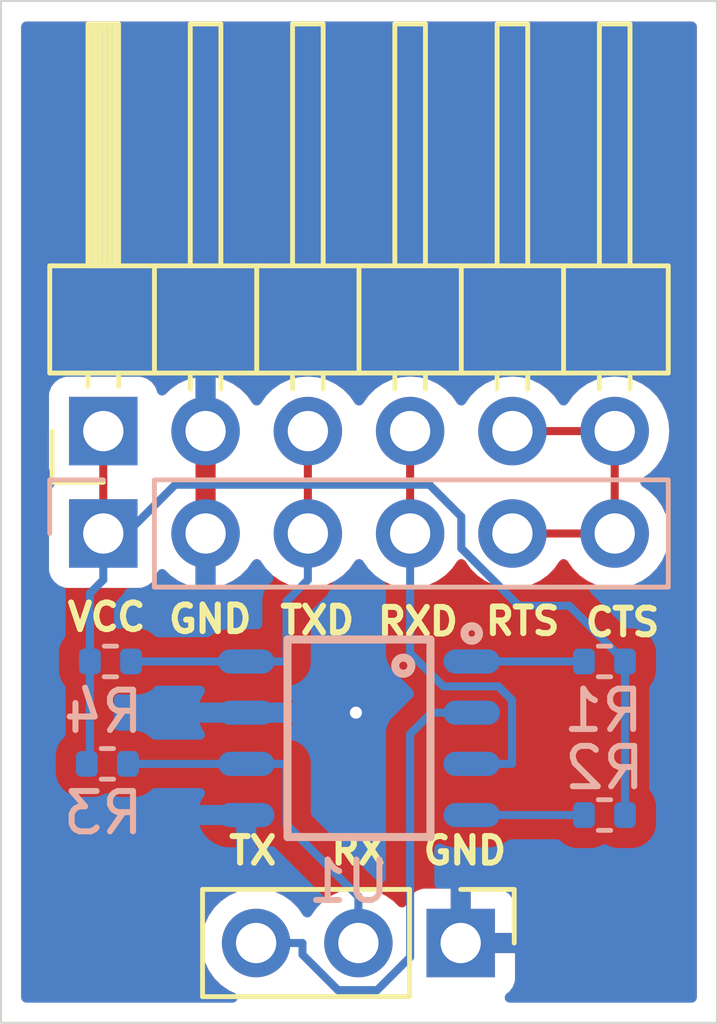
<source format=kicad_pcb>
(kicad_pcb (version 20240108) (generator "pcbnew") (generator_version "8.0")
  (layers (0 "F.Cu" signal) (31 "B.Cu" signal) (34 "B.Paste" user) (35 "F.Paste" user) (36 "B.SilkS" user "B.Silkscreen") (37 "F.SilkS" user "F.Silkscreen") (38 "B.Mask" user) (39 "F.Mask" user) (44 "Edge.Cuts" user))
  (net 0 "")
  (net 1 "GND")
  (net 2 "TXD MCU")
  (net 3 "RXD MCU")
  (net 4 "TXD")
  (net 5 "RXD")
  (net 6 "CTS")
  (net 7 "+5V")
  (net 8 "Net-(R1-Pad2)")
  (net 9 "Net-(R2-Pad2)")
  (footprint "Connector_PinHeader_2.54mm:PinHeader_1x06_P2.54mm_Horizontal" (layer "F.Cu") (at 134.62 76.2 90)
    (property "Reference" "J3" (hide yes))
    (property "Value" "Conn_01x06_Socket" (hide yes))
    (fp_line (start 4.1 -1.33) (end 1.44 -1.33) (stroke (width 0.12)) (layer "F.SilkS"))
    (fp_line (start 1.44 -1.33) (end 1.44 14.03) (stroke (width 0.12)) (layer "F.SilkS"))
    (fp_line (start -1.27 -1.27) (end 0 -1.27) (stroke (width 0.12)) (layer "F.SilkS"))
    (fp_line (start 10.1 -0.38) (end 10.1 0.38) (stroke (width 0.12)) (layer "F.SilkS"))
    (fp_line (start 4.1 -0.38) (end 10.1 -0.38) (stroke (width 0.12)) (layer "F.SilkS"))
    (fp_line (start 1.11 -0.38) (end 1.44 -0.38) (stroke (width 0.12)) (layer "F.SilkS"))
    (fp_line (start 4.1 -0.32) (end 10.1 -0.32) (stroke (width 0.12)) (layer "F.SilkS"))
    (fp_line (start 4.1 -0.2) (end 10.1 -0.2) (stroke (width 0.12)) (layer "F.SilkS"))
    (fp_line (start 4.1 -0.08) (end 10.1 -0.08) (stroke (width 0.12)) (layer "F.SilkS"))
    (fp_line (start -1.27 0) (end -1.27 -1.27) (stroke (width 0.12)) (layer "F.SilkS"))
    (fp_line (start 4.1 0.04) (end 10.1 0.04) (stroke (width 0.12)) (layer "F.SilkS"))
    (fp_line (start 4.1 0.16) (end 10.1 0.16) (stroke (width 0.12)) (layer "F.SilkS"))
    (fp_line (start 4.1 0.28) (end 10.1 0.28) (stroke (width 0.12)) (layer "F.SilkS"))
    (fp_line (start 10.1 0.38) (end 4.1 0.38) (stroke (width 0.12)) (layer "F.SilkS"))
    (fp_line (start 1.11 0.38) (end 1.44 0.38) (stroke (width 0.12)) (layer "F.SilkS"))
    (fp_line (start 1.44 1.27) (end 4.1 1.27) (stroke (width 0.12)) (layer "F.SilkS"))
    (fp_line (start 10.1 2.16) (end 10.1 2.92) (stroke (width 0.12)) (layer "F.SilkS"))
    (fp_line (start 4.1 2.16) (end 10.1 2.16) (stroke (width 0.12)) (layer "F.SilkS"))
    (fp_line (start 1.042929 2.16) (end 1.44 2.16) (stroke (width 0.12)) (layer "F.SilkS"))
    (fp_line (start 10.1 2.92) (end 4.1 2.92) (stroke (width 0.12)) (layer "F.SilkS"))
    (fp_line (start 1.042929 2.92) (end 1.44 2.92) (stroke (width 0.12)) (layer "F.SilkS"))
    (fp_line (start 1.44 3.81) (end 4.1 3.81) (stroke (width 0.12)) (layer "F.SilkS"))
    (fp_line (start 10.1 4.7) (end 10.1 5.46) (stroke (width 0.12)) (layer "F.SilkS"))
    (fp_line (start 4.1 4.7) (end 10.1 4.7) (stroke (width 0.12)) (layer "F.SilkS"))
    (fp_line (start 1.042929 4.7) (end 1.44 4.7) (stroke (width 0.12)) (layer "F.SilkS"))
    (fp_line (start 10.1 5.46) (end 4.1 5.46) (stroke (width 0.12)) (layer "F.SilkS"))
    (fp_line (start 1.042929 5.46) (end 1.44 5.46) (stroke (width 0.12)) (layer "F.SilkS"))
    (fp_line (start 1.44 6.35) (end 4.1 6.35) (stroke (width 0.12)) (layer "F.SilkS"))
    (fp_line (start 10.1 7.24) (end 10.1 8) (stroke (width 0.12)) (layer "F.SilkS"))
    (fp_line (start 4.1 7.24) (end 10.1 7.24) (stroke (width 0.12)) (layer "F.SilkS"))
    (fp_line (start 1.042929 7.24) (end 1.44 7.24) (stroke (width 0.12)) (layer "F.SilkS"))
    (fp_line (start 10.1 8) (end 4.1 8) (stroke (width 0.12)) (layer "F.SilkS"))
    (fp_line (start 1.042929 8) (end 1.44 8) (stroke (width 0.12)) (layer "F.SilkS"))
    (fp_line (start 1.44 8.89) (end 4.1 8.89) (stroke (width 0.12)) (layer "F.SilkS"))
    (fp_line (start 10.1 9.78) (end 10.1 10.54) (stroke (width 0.12)) (layer "F.SilkS"))
    (fp_line (start 4.1 9.78) (end 10.1 9.78) (stroke (width 0.12)) (layer "F.SilkS"))
    (fp_line (start 1.042929 9.78) (end 1.44 9.78) (stroke (width 0.12)) (layer "F.SilkS"))
    (fp_line (start 10.1 10.54) (end 4.1 10.54) (stroke (width 0.12)) (layer "F.SilkS"))
    (fp_line (start 1.042929 10.54) (end 1.44 10.54) (stroke (width 0.12)) (layer "F.SilkS"))
    (fp_line (start 1.44 11.43) (end 4.1 11.43) (stroke (width 0.12)) (layer "F.SilkS"))
    (fp_line (start 10.1 12.32) (end 10.1 13.08) (stroke (width 0.12)) (layer "F.SilkS"))
    (fp_line (start 4.1 12.32) (end 10.1 12.32) (stroke (width 0.12)) (layer "F.SilkS"))
    (fp_line (start 1.042929 12.32) (end 1.44 12.32) (stroke (width 0.12)) (layer "F.SilkS"))
    (fp_line (start 10.1 13.08) (end 4.1 13.08) (stroke (width 0.12)) (layer "F.SilkS"))
    (fp_line (start 1.042929 13.08) (end 1.44 13.08) (stroke (width 0.12)) (layer "F.SilkS"))
    (fp_line (start 4.1 14.03) (end 4.1 -1.33) (stroke (width 0.12)) (layer "F.SilkS"))
    (fp_line (start 1.44 14.03) (end 4.1 14.03) (stroke (width 0.12)) (layer "F.SilkS"))
    (pad "1" thru_hole rect (at 0 0 90) (size 1.7 1.7) (drill 1) (layers "*.Cu" "*.Mask") (net 7 "+5V"))
    (pad "2" thru_hole oval (at 0 2.54 90) (size 1.7 1.7) (drill 1) (layers "*.Cu" "*.Mask") (net 1 "GND"))
    (pad "3" thru_hole oval (at 0 5.08 90) (size 1.7 1.7) (drill 1) (layers "*.Cu" "*.Mask") (net 4 "TXD"))
    (pad "4" thru_hole oval (at 0 7.62 90) (size 1.7 1.7) (drill 1) (layers "*.Cu" "*.Mask") (net 5 "RXD"))
    (pad "5" thru_hole oval (at 0 10.16 90) (size 1.7 1.7) (drill 1) (layers "*.Cu" "*.Mask") (net 6 "CTS"))
    (pad "6" thru_hole oval (at 0 12.7 90) (size 1.7 1.7) (drill 1) (layers "*.Cu" "*.Mask") (net 6 "CTS"))
  )
  (footprint "Connector_PinHeader_2.54mm:PinHeader_1x03_P2.54mm_Vertical" (layer "F.Cu") (at 143.495 88.9 -90)
    (property "Reference" "J1" (hide yes))
    (property "Value" "Conn_01x03_Pin" (hide yes))
    (fp_line (start -1.33 6.41) (end 1.33 6.41) (stroke (width 0.12)) (layer "F.SilkS"))
    (fp_line (start -1.33 1.27) (end -1.33 6.41) (stroke (width 0.12)) (layer "F.SilkS"))
    (fp_line (start -1.33 1.27) (end 1.33 1.27) (stroke (width 0.12)) (layer "F.SilkS"))
    (fp_line (start 1.33 1.27) (end 1.33 6.41) (stroke (width 0.12)) (layer "F.SilkS"))
    (fp_line (start -1.33 0) (end -1.33 -1.33) (stroke (width 0.12)) (layer "F.SilkS"))
    (fp_line (start -1.33 -1.33) (end 0 -1.33) (stroke (width 0.12)) (layer "F.SilkS"))
    (pad "1" thru_hole rect (at 0 0 270) (size 1.7 1.7) (drill 1) (layers "*.Cu" "*.Mask") (net 1 "GND"))
    (pad "2" thru_hole oval (at 0 2.54 270) (size 1.7 1.7) (drill 1) (layers "*.Cu" "*.Mask") (net 3 "RXD MCU"))
    (pad "3" thru_hole oval (at 0 5.08 270) (size 1.7 1.7) (drill 1) (layers "*.Cu" "*.Mask") (net 2 "TXD MCU"))
  )
  (footprint "Resistor_SMD:R_0402_1005Metric" (layer "B.Cu") (at 147.066 81.915 180)
    (property "Reference" "R1" (at 0.0254 -1.2192 0) (layer "B.SilkS") (effects (justify mirror)))
    (property "Value" "470R")
    (fp_line (start 0.153641 0.38) (end -0.153641 0.38) (stroke (width 0.12)) (layer "B.SilkS"))
    (fp_line (start 0.153641 -0.38) (end -0.153641 -0.38) (stroke (width 0.12)) (layer "B.SilkS"))
    (pad "1" smd roundrect (at -0.51 0 180) (size 0.54 0.64) (layers "B.Cu" "B.Paste" "B.Mask") (net 7 "+5V"))
    (pad "2" smd roundrect (at 0.51 0 180) (size 0.54 0.64) (layers "B.Cu" "B.Paste" "B.Mask") (net 8 "Net-(R1-Pad2)"))
  )
  (footprint "Connector_PinHeader_2.54mm:PinHeader_1x06_P2.54mm_Vertical" (layer "B.Cu") (at 134.62 78.74 -90)
    (property "Reference" "J2" (hide yes))
    (property "Value" "Conn_01x06_Pin" (hide yes))
    (fp_line (start -1.33 1.33) (end -1.33 0) (stroke (width 0.12)) (layer "B.SilkS"))
    (fp_line (start 0 1.33) (end -1.33 1.33) (stroke (width 0.12)) (layer "B.SilkS"))
    (fp_line (start 1.33 -1.27) (end -1.33 -1.27) (stroke (width 0.12)) (layer "B.SilkS"))
    (fp_line (start -1.33 -14.03) (end -1.33 -1.27) (stroke (width 0.12)) (layer "B.SilkS"))
    (fp_line (start 1.33 -14.03) (end 1.33 -1.27) (stroke (width 0.12)) (layer "B.SilkS"))
    (fp_line (start 1.33 -14.03) (end -1.33 -14.03) (stroke (width 0.12)) (layer "B.SilkS"))
    (pad "1" thru_hole rect (at 0 0 270) (size 1.7 1.7) (drill 1) (layers "*.Cu" "*.Mask") (net 7 "+5V"))
    (pad "2" thru_hole oval (at 0 -2.54 270) (size 1.7 1.7) (drill 1) (layers "*.Cu" "*.Mask") (net 1 "GND"))
    (pad "3" thru_hole oval (at 0 -5.08 270) (size 1.7 1.7) (drill 1) (layers "*.Cu" "*.Mask") (net 4 "TXD"))
    (pad "4" thru_hole oval (at 0 -7.62 270) (size 1.7 1.7) (drill 1) (layers "*.Cu" "*.Mask") (net 5 "RXD"))
    (pad "5" thru_hole oval (at 0 -10.16 270) (size 1.7 1.7) (drill 1) (layers "*.Cu" "*.Mask") (net 6 "CTS"))
    (pad "6" thru_hole oval (at 0 -12.7 270) (size 1.7 1.7) (drill 1) (layers "*.Cu" "*.Mask") (net 6 "CTS"))
  )
  (footprint "Resistor_SMD:R_0402_1005Metric" (layer "B.Cu") (at 134.7978 81.915 180)
    (property "Reference" "R4" (at 0.1778 -1.2446 0) (layer "B.SilkS") (effects (justify mirror)))
    (property "Value" "1K8")
    (fp_line (start 0.153641 0.38) (end -0.153641 0.38) (stroke (width 0.12)) (layer "B.SilkS"))
    (fp_line (start 0.153641 -0.38) (end -0.153641 -0.38) (stroke (width 0.12)) (layer "B.SilkS"))
    (pad "1" smd roundrect (at -0.51 0 180) (size 0.54 0.64) (layers "B.Cu" "B.Paste" "B.Mask") (net 4 "TXD"))
    (pad "2" smd roundrect (at 0.51 0 180) (size 0.54 0.64) (layers "B.Cu" "B.Paste" "B.Mask") (net 7 "+5V"))
  )
  (footprint "Resistor_SMD:R_0402_1005Metric" (layer "B.Cu") (at 147.066 85.725 180)
    (property "Reference" "R2" (at 0 1.17 0) (layer "B.SilkS") (effects (justify mirror)))
    (property "Value" "470R")
    (fp_line (start 0.153641 0.38) (end -0.153641 0.38) (stroke (width 0.12)) (layer "B.SilkS"))
    (fp_line (start 0.153641 -0.38) (end -0.153641 -0.38) (stroke (width 0.12)) (layer "B.SilkS"))
    (pad "1" smd roundrect (at -0.51 0 180) (size 0.54 0.64) (layers "B.Cu" "B.Paste" "B.Mask") (net 7 "+5V"))
    (pad "2" smd roundrect (at 0.51 0 180) (size 0.54 0.64) (layers "B.Cu" "B.Paste" "B.Mask") (net 9 "Net-(R2-Pad2)"))
  )
  (footprint "Resistor_SMD:R_0402_1005Metric" (layer "B.Cu") (at 134.7216 84.455 180)
    (property "Reference" "R3" (at 0.1016 -1.2192 0) (layer "B.SilkS") (effects (justify mirror)))
    (property "Value" "1K8")
    (fp_line (start 0.153641 0.38) (end -0.153641 0.38) (stroke (width 0.12)) (layer "B.SilkS"))
    (fp_line (start 0.153641 -0.38) (end -0.153641 -0.38) (stroke (width 0.12)) (layer "B.SilkS"))
    (pad "1" smd roundrect (at -0.51 0 180) (size 0.54 0.64) (layers "B.Cu" "B.Paste" "B.Mask") (net 3 "RXD MCU"))
    (pad "2" smd roundrect (at 0.51 0 180) (size 0.54 0.64) (layers "B.Cu" "B.Paste" "B.Mask") (net 7 "+5V"))
  )
  (footprint "VOD207T:SOIC127P610X331-8N" (layer "B.Cu") (at 140.97 83.82 180)
    (property "Reference" "U1" (at 0.254 -3.556 0) (layer "B.SilkS") (effects (font (size 1.000425 1.000425)) (justify mirror)))
    (property "Value" "VOD207T" (hide yes))
    (fp_line (start 1.775 2.45) (end -1.775 2.45) (stroke (width 0.2)) (layer "B.SilkS"))
    (fp_line (start 1.775 -2.45) (end 1.775 2.45) (stroke (width 0.2)) (layer "B.SilkS"))
    (fp_line (start -1.775 2.45) (end -1.775 -2.45) (stroke (width 0.2)) (layer "B.SilkS"))
    (fp_line (start -1.775 -2.45) (end 1.775 -2.45) (stroke (width 0.2)) (layer "B.SilkS"))
    (fp_circle (center -1.1 1.8) (end -0.9 1.8) (stroke (width 0.2)) (fill none) (layer "B.SilkS"))
    (fp_circle (center -2.8 2.6) (end -2.72 2.6) (stroke (width 0.2)) (fill none) (layer "B.SilkS"))
    (pad "1" smd oval (at -2.8 1.905 180) (size 1.4 0.6) (layers "B.Cu" "B.Paste" "B.Mask") (net 8 "Net-(R1-Pad2)"))
    (pad "2" smd oval (at -2.8 0.635 180) (size 1.4 0.6) (layers "B.Cu" "B.Paste" "B.Mask") (net 2 "TXD MCU"))
    (pad "3" smd oval (at -2.8 -0.635 180) (size 1.4 0.6) (layers "B.Cu" "B.Paste" "B.Mask") (net 5 "RXD"))
    (pad "4" smd oval (at -2.8 -1.905 180) (size 1.4 0.6) (layers "B.Cu" "B.Paste" "B.Mask") (net 9 "Net-(R2-Pad2)"))
    (pad "5" smd oval (at 2.8 -1.905 180) (size 1.4 0.6) (layers "B.Cu" "B.Paste" "B.Mask") (net 1 "GND"))
    (pad "6" smd oval (at 2.8 -0.635 180) (size 1.4 0.6) (layers "B.Cu" "B.Paste" "B.Mask") (net 3 "RXD MCU"))
    (pad "7" smd oval (at 2.8 0.635 180) (size 1.4 0.6) (layers "B.Cu" "B.Paste" "B.Mask") (net 1 "GND"))
    (pad "8" smd oval (at 2.8 1.905 180) (size 1.4 0.6) (layers "B.Cu" "B.Paste" "B.Mask") (net 4 "TXD"))
  )
  (gr_rect (start 132.08 65.53) (end 149.86 90.88) (stroke (width 0.05)) (fill none) (layer "Edge.Cuts"))
  (gr_text "RTS" (at 144.04 81.3 0) (layer "F.SilkS") (effects (font (size 0.66 0.66)) (justify left bottom)))
  (gr_text "RXD" (at 141.36 81.31 0) (layer "F.SilkS") (effects (font (size 0.66 0.66)) (justify left bottom)))
  (gr_text "GND" (at 136.17 81.25 0) (layer "F.SilkS") (effects (font (size 0.66 0.66)) (justify left bottom)))
  (gr_text "RX" (at 140.208 86.995 0) (layer "F.SilkS") (effects (font (size 0.66 0.66)) (justify left bottom)))
  (gr_text "TXD" (at 138.94 81.28 0) (layer "F.SilkS") (effects (font (size 0.66 0.66)) (justify left bottom)))
  (gr_text "CTS" (at 146.52 81.33 0) (layer "F.SilkS") (effects (font (size 0.66 0.66)) (justify left bottom)))
  (gr_text "TX" (at 137.668 86.995 0) (layer "F.SilkS") (effects (font (size 0.66 0.66)) (justify left bottom)))
  (gr_text "GND" (at 142.494 86.995 0) (layer "F.SilkS") (effects (font (size 0.66 0.66)) (justify left bottom)))
  (gr_text "VCC" (at 133.66 81.2 0) (layer "F.SilkS") (effects (font (size 0.66 0.66)) (justify left bottom)))
  (via (at 140.8938 83.185) (size 0.6) (drill 0.3) (layers "F.Cu" "B.Cu") (net 1))
  (segment (start 142.24 89.2501) (end 142.24 83.7133) (width 0.2) (layer "B.Cu") (net 2))
  (segment (start 143.77 83.185) (end 142.7683 83.185) (width 0.2) (layer "B.Cu") (net 2))
  (segment (start 139.5667 89.1879) (end 140.447 90.0682) (width 0.2) (layer "B.Cu") (net 2))
  (segment (start 140.447 90.0682) (end 141.4219 90.0682) (width 0.2) (layer "B.Cu") (net 2))
  (segment (start 142.24 83.7133) (end 142.7683 83.185) (width 0.2) (layer "B.Cu") (net 2))
  (segment (start 138.415 88.9) (end 139.5667 88.9) (width 0.2) (layer "B.Cu") (net 2))
  (segment (start 139.5667 88.9) (end 139.5667 89.1879) (width 0.2) (layer "B.Cu") (net 2))
  (segment (start 141.4219 90.0682) (end 142.24 89.2501) (width 0.2) (layer "B.Cu") (net 2))
  (segment (start 139.1717 85.965) (end 140.955 87.7483) (width 0.2) (layer "B.Cu") (net 3))
  (segment (start 139.1717 84.455) (end 139.1717 85.965) (width 0.2) (layer "B.Cu") (net 3))
  (segment (start 135.2316 84.455) (end 138.17 84.455) (width 0.2) (layer "B.Cu") (net 3))
  (segment (start 140.955 88.9) (end 140.955 87.7483) (width 0.2) (layer "B.Cu") (net 3))
  (segment (start 138.17 84.455) (end 139.1717 84.455) (width 0.2) (layer "B.Cu") (net 3))
  (segment (start 139.7 76.2) (end 139.7 78.74) (width 0.2) (layer "F.Cu") (net 4))
  (segment (start 139.1717 80.42) (end 139.7 79.8917) (width 0.2) (layer "B.Cu") (net 4))
  (segment (start 135.3078 81.915) (end 138.17 81.915) (width 0.2) (layer "B.Cu") (net 4))
  (segment (start 139.1717 81.915) (end 139.1717 80.42) (width 0.2) (layer "B.Cu") (net 4))
  (segment (start 139.7 78.74) (end 139.7 79.8917) (width 0.2) (layer "B.Cu") (net 4))
  (segment (start 138.17 81.915) (end 139.1717 81.915) (width 0.2) (layer "B.Cu") (net 4))
  (segment (start 142.24 76.2) (end 142.24 78.74) (width 0.2) (layer "F.Cu") (net 5))
  (segment (start 142.24 81.7088) (end 142.24 78.74) (width 0.2) (layer "B.Cu") (net 5))
  (segment (start 143.77 84.455) (end 144.7717 84.455) (width 0.2) (layer "B.Cu") (net 5))
  (segment (start 144.4302 82.5329) (end 143.0641 82.5329) (width 0.2) (layer "B.Cu") (net 5))
  (segment (start 144.7717 84.455) (end 144.7717 82.8744) (width 0.2) (layer "B.Cu") (net 5))
  (segment (start 143.0641 82.5329) (end 142.24 81.7088) (width 0.2) (layer "B.Cu") (net 5))
  (segment (start 144.7717 82.8744) (end 144.4302 82.5329) (width 0.2) (layer "B.Cu") (net 5))
  (segment (start 147.32 76.2) (end 144.78 76.2) (width 0.2) (layer "F.Cu") (net 6))
  (segment (start 147.32 78.74) (end 144.78 78.74) (width 0.2) (layer "F.Cu") (net 6))
  (segment (start 147.32 76.2) (end 147.32 78.74) (width 0.2) (layer "F.Cu") (net 6))
  (segment (start 134.62 76.2) (end 134.62 78.74) (width 0.2) (layer "F.Cu") (net 7))
  (segment (start 134.2878 80.2239) (end 134.2878 81.915) (width 0.2) (layer "B.Cu") (net 7))
  (segment (start 134.2116 84.455) (end 134.2878 84.3788) (width 0.2) (layer "B.Cu") (net 7))
  (segment (start 144.9366 80.5325) (end 146.1935 80.5325) (width 0.2) (layer "B.Cu") (net 7))
  (segment (start 147.576 85.725) (end 147.576 81.915) (width 0.2) (layer "B.Cu") (net 7))
  (segment (start 134.62 78.74) (end 134.62 79.3158) (width 0.2) (layer "B.Cu") (net 7))
  (segment (start 134.62 79.3158) (end 134.62 79.8917) (width 0.2) (layer "B.Cu") (net 7))
  (segment (start 146.1935 80.5325) (end 147.576 81.915) (width 0.2) (layer "B.Cu") (net 7))
  (segment (start 134.62 79.3158) (end 136.4059 77.5299) (width 0.2) (layer "B.Cu") (net 7))
  (segment (start 134.62 79.8917) (end 134.2878 80.2239) (width 0.2) (layer "B.Cu") (net 7))
  (segment (start 143.51 79.1059) (end 144.9366 80.5325) (width 0.2) (layer "B.Cu") (net 7))
  (segment (start 143.51 78.3217) (end 143.51 79.1059) (width 0.2) (layer "B.Cu") (net 7))
  (segment (start 136.4059 77.5299) (end 142.7182 77.5299) (width 0.2) (layer "B.Cu") (net 7))
  (segment (start 134.2878 84.3788) (end 134.2878 81.915) (width 0.2) (layer "B.Cu") (net 7))
  (segment (start 142.7182 77.5299) (end 143.51 78.3217) (width 0.2) (layer "B.Cu") (net 7))
  (segment (start 143.77 81.915) (end 146.556 81.915) (width 0.2) (layer "B.Cu") (net 8))
  (segment (start 143.77 85.725) (end 146.556 85.725) (width 0.2) (layer "B.Cu") (net 9))
  (zone (net 1) (net_name "GND") (layers "F&B.Cu") (connect_pads (clearance 0.5)) (min_thickness 0.25) (fill yes (thermal_gap 0.5) (thermal_bridge_width 0.5))
    (polygon (pts (xy 149.86 66.04) (xy 132.08 66.04) (xy 132.08 90.805) (xy 149.86 90.805)))
  )
)
</source>
